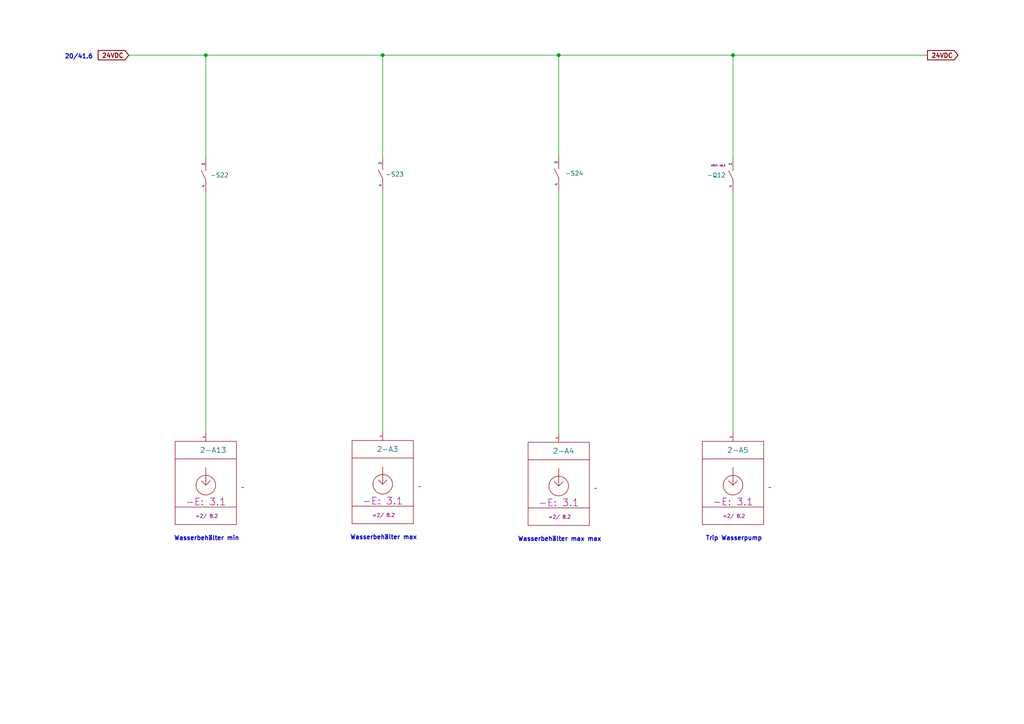
<source format=kicad_sch>
(kicad_sch (version 20250114) (generator "eeschema") (generator_version "9.0")
  (paper "A4")
  (title_block (comment 4 "25"))
  (lib_symbols
    (symbol "standart:PLC_IN_(E)" (on_board no)
      (property "Reference" "-A" (at -13.208 15.24 0))
      (property "Target" "=Gruppe/ Seite.Pfad" (at 0.254 -8.382 0))
      (symbol "PLC_IN_(E)_0_1"
        (rectangle (start -8.89 12.7) (end 8.89 -11.43))
        (polyline (pts (xy -8.89 7.62) (xy 8.89 7.62)))
        (polyline (pts (xy -8.89 -6.35) (xy 8.89 -6.35)))
        (polyline (pts (xy 0 5.08) (xy 0 0) (xy 1.27 1.27) (xy 0 0) (xy -1.27 1.27)))
        (circle (center 0 0) (radius 2.8398))
      )
      (symbol "PLC_IN_(E)_1_1"
        (pin input line (at 0 15.24 270) (length 2.54) (name "") (number "1"))
      )
    )
    (symbol "standart:Relais_(K)_NO" (pin_numbers (hide yes)) (pin_names (offset 0))
      (property "Reference" "-K" (at -4.318 4.318 0))
      (symbol "Relais_(K)_NO_0_1"
        (polyline (pts (xy 0 1.27) (xy 0 1.27)))
        (polyline (pts (xy 0 -1.27) (xy -1.27 1.27)))
      )
      (symbol "Relais_(K)_NO_1_1"
        (pin passive line (at 0 5.08 270) (length 3.81) (name "3") (number "3"))
        (pin passive line (at 0 -5.08 90) (length 3.81) (name "4") (number "4"))
      )
    )
  )
  (text "Trip Wasserpump" (at 212.852 156.21 0) (effects (font (size 1.27 1.27) (thickness 0.254) (bold yes))))
  (text "Wasserbehälter max" (at 111.252 155.956 0) (effects (font (size 1.27 1.27) (thickness 0.254) (bold yes))))
  (text "Wasserbehälter max max" (at 162.306 156.464 0) (effects (font (size 1.27 1.27) (thickness 0.254) (bold yes))))
  (text "20/41.6" (at 22.86 16.51 0) (effects (font (size 1.27 1.27) (thickness 0.254) (bold yes))))
  (text "Wasserbehälter min" (at 59.944 156.21 0) (effects (font (size 1.27 1.27) (thickness 0.254) (bold yes))))
  (junction (at 59.69 16.002))
  (junction (at 110.998 16.002))
  (junction (at 212.598 16.002))
  (junction (at 162.052 16.002))
  (wire (pts (xy 110.998 16.002) (xy 162.052 16.002)))
  (wire (pts (xy 162.052 16.002) (xy 212.598 16.002)))
  (wire (pts (xy 110.998 55.626) (xy 110.998 125.222)))
  (wire (pts (xy 212.598 16.002) (xy 212.598 45.72)))
  (wire (pts (xy 162.052 55.372) (xy 162.052 125.73)))
  (wire (pts (xy 162.052 16.002) (xy 162.052 45.212)))
  (wire (pts (xy 59.69 16.002) (xy 110.998 16.002)))
  (wire (pts (xy 212.598 55.88) (xy 212.598 125.476)))
  (wire (pts (xy 37.338 16.002) (xy 59.69 16.002)))
  (wire (pts (xy 212.598 16.002) (xy 268.986 16.002)))
  (wire (pts (xy 59.69 16.002) (xy 59.69 45.72)))
  (wire (pts (xy 110.998 16.002) (xy 110.998 45.466)))
  (wire (pts (xy 59.69 55.88) (xy 59.69 125.476)))
  (global_label "24VDC" (shape input) (at 37.338 16.002 180) (effects (font (thickness 0.254) (bold yes))) (property "Intersheetrefs" "${INTERSHEET_REFS}" (effects (hide yes))))
  (global_label "24VDC" (shape input) (at 277.876 16.002 180) (effects (font (thickness 0.254) (bold yes))) (property "Intersheetrefs" "${INTERSHEET_REFS}" (effects (hide yes))))
  (symbol (lib_id "standart:PLC_IN_(E)") (at 110.998 140.462 0) (unit 1) (on_board no)
    (property "Reference" "2-A3" (at 109.22 130.302 0) (effects (font (size 1.524 1.524)) (justify left)))
    (property "Value" "~" (at 121.158 141.0969 0) (effects (justify left)))
    (property "Target" "=2/ 8.2" (at 111.252 148.844 0) (effects (font (size 1.016 1.016)) (justify top)))
    (property "-E" "3.1" (at 110.998 145.288 0) (show_name yes) (effects (font (size 2.032 2.032))))
  )
  (symbol (lib_id "standart:Relais_(K)_NO") (at 162.052 50.292 0) (unit 1)
    (property "Reference" "-S24" (at 163.83 50.2919 0) (effects (justify left)))
  )
  (symbol (lib_id "standart:PLC_IN_(E)") (at 59.69 140.716 0) (unit 1) (on_board no)
    (property "Reference" "2-A13" (at 57.912 130.556 0) (effects (font (size 1.524 1.524)) (justify left)))
    (property "Value" "~" (at 69.85 141.3509 0) (effects (justify left)))
    (property "Target" "=2/ 8.2" (at 59.944 149.098 0) (effects (font (size 1.016 1.016)) (justify top)))
    (property "-E" "3.1" (at 59.69 145.542 0) (show_name yes) (effects (font (size 2.032 2.032))))
  )
  (symbol (lib_id "standart:PLC_IN_(E)") (at 212.598 140.716 0) (unit 1) (on_board no)
    (property "Reference" "2-A5" (at 210.82 130.556 0) (effects (font (size 1.524 1.524)) (justify left)))
    (property "Value" "~" (at 222.758 141.3509 0) (effects (justify left)))
    (property "Target" "=2/ 8.2" (at 212.852 149.098 0) (effects (font (size 1.016 1.016)) (justify top)))
    (property "-E" "3.1" (at 212.598 145.542 0) (show_name yes) (effects (font (size 2.032 2.032))))
  )
  (symbol (lib_id "standart:Relais_(K)_NO") (at 212.598 50.8 0) (unit 1)
    (property "Reference" "-Q12" (at 204.978 50.8 0) (effects (justify left)))
    (property "XREF" "46.2" (at 208.28 48.006 0) (show_name yes) (effects (font (size 0.508 0.508))))
  )
  (symbol (lib_id "standart:PLC_IN_(E)") (at 162.052 140.97 0) (unit 1) (on_board no)
    (property "Reference" "2-A4" (at 160.274 130.81 0) (effects (font (size 1.524 1.524)) (justify left)))
    (property "Value" "~" (at 172.212 141.6049 0) (effects (justify left)))
    (property "Target" "=2/ 8.2" (at 162.306 149.352 0) (effects (font (size 1.016 1.016)) (justify top)))
    (property "-E" "3.1" (at 162.052 145.796 0) (show_name yes) (effects (font (size 2.032 2.032))))
  )
  (symbol (lib_id "standart:Relais_(K)_NO") (at 59.69 50.8 0) (unit 1)
    (property "Reference" "-S22" (at 60.96 50.7999 0) (effects (justify left)))
  )
  (symbol (lib_id "standart:Relais_(K)_NO") (at 110.998 50.546 0) (unit 1)
    (property "Reference" "-S23" (at 111.76 50.5459 0) (effects (justify left)))
  )
  (sheet (at 330.2 0) (size 325.12 210.82) (stroke (width 0.1524))
    (property "Sheetname" "Wasserbehälter Ausgang" (at 330.2 -0.7116 0) (effects (justify left bottom)))
    (property "Sheetfile" "Wasserbehälter Ausgang.kicad_sch" (at 330.2 211.4046 0) (effects (justify left top)))
  )
)
</source>
